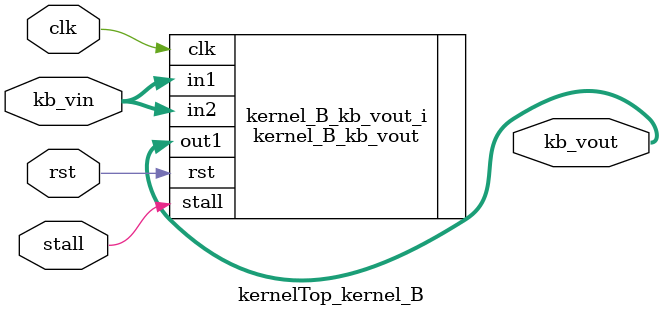
<source format=v>


module kernelTop_kernel_B
#(  
   parameter DATAW     = 32
)

(
// =============================================================================
// ** Ports 
// =============================================================================
    input clk   
  , input rst   	
  , input stall
  
  , output [DATAW-1:0] kb_vout
  , input [DATAW-1:0] kb_vin
);



kernel_B_kb_vout 
kernel_B_kb_vout_i (
  .clk   (clk)
, .rst   (rst)
, .stall (stall)
, .out1  (kb_vout)
, .in2  (kb_vin)
, .in1  (kb_vin)
);


endmodule 
</source>
